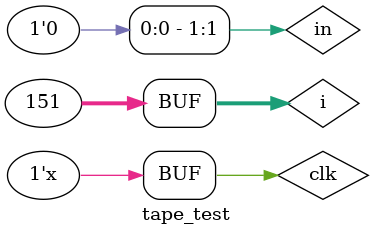
<source format=v>
`timescale 1ns / 1ps


module tape_test;

	// Inputs
	reg clk;
	reg mode;
	reg move;
	reg reset;
	reg [1:0] in;

	// Outputs
	wire [1:0] out;

	// Instantiate the Unit Under Test (UUT)
	tape uut (
		.clk(clk), 
		.mode(mode), 
		.move(move), 
		.reset(reset), 
		.in(in), 
		.out(out)
	);

	integer i;
	
	initial begin
		// Initialize Inputs
		clk = 0;
		mode = 1;
		move = 1;
		reset = 0;
		in = 0;

		// Wait 100 ns for global reset to finish
		#100;
		#10;
		
		// Add stimulus here
		for (i = 0; i < 8; i = i + 1) begin
			mode <= 1;
			if (i % 2 === 0) begin
				in <= 2'b01;
			end
			else begin
				in <= 2'b00;
			end
			#40;
			move <= 0;
			#40;
			mode <= 0;
			move <= 1;
			#40;
		end
		
		for (i = 0; i <= 150; i = i + 1) begin
			mode <= $random;
			move <= $random;
			reset <= $random;
			in <= $random;
			#100;
		end
	end
	
	
	// Simulate clock
	always #20 begin
		clk = ~clk;
	end
      
endmodule


</source>
